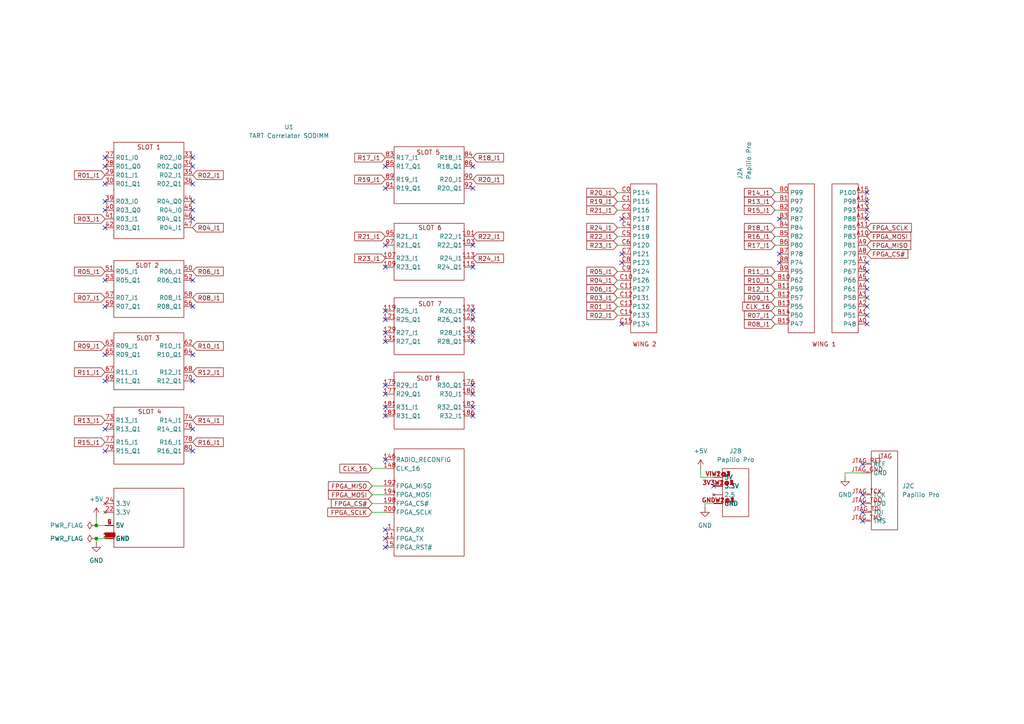
<source format=kicad_sch>
(kicad_sch (version 20250114) (generator "eeschema") (generator_version "9.0")
  (paper "A4")
  (title_block (title "TART -> Papilio Correlator") (date "2024-04-15") (rev "0.2bc") (company "Electronics Research Foundation") (comment 1 "Copyright (c) Tim Molteno 2024"))
  (lib_symbols
    (symbol "TART_Library:Papilio_Pro"
      (property "Reference" "J" (at -33.782 -1.524 0))
      (property "Value" "Papilio Pro" (at -33.02 1.778 0))
      (symbol "Papilio_Pro_1_1"
        (rectangle (start -57.15 21.59) (end -49.53 -21.59))
        (rectangle (start -11.43 21.59) (end -3.81 -21.59))
        (rectangle (start 8.89 -21.59) (end 1.27 21.59))
        (text "WING 2" (at -53.086 -24.892 0) (effects (font (size 1.27 1.27))))
        (text "WING 1" (at -1.016 -24.892 0) (effects (font (size 1.27 1.27))))
        (pin input line (at -59.69 19.05 0) (length 2.54) (name "P114") (number "C0"))
        (pin input line (at -59.69 16.51 0) (length 2.54) (name "P115") (number "C1"))
        (pin input line (at -59.69 13.97 0) (length 2.54) (name "P116") (number "C2"))
        (pin input line (at -59.69 11.43 0) (length 2.54) (name "P117") (number "C3"))
        (pin input line (at -59.69 8.89 0) (length 2.54) (name "P118") (number "C4"))
        (pin input line (at -59.69 6.35 0) (length 2.54) (name "P119") (number "C5"))
        (pin input line (at -59.69 3.81 0) (length 2.54) (name "P120") (number "C6"))
        (pin input line (at -59.69 1.27 0) (length 2.54) (name "P121") (number "C7"))
        (pin input line (at -59.69 -1.27 0) (length 2.54) (name "P123") (number "C8"))
        (pin input line (at -59.69 -3.81 0) (length 2.54) (name "P124") (number "C9"))
        (pin input line (at -59.69 -6.35 0) (length 2.54) (name "P126") (number "C10"))
        (pin input line (at -59.69 -8.89 0) (length 2.54) (name "P127") (number "C11"))
        (pin input line (at -59.69 -11.43 0) (length 2.54) (name "P131") (number "C12"))
        (pin input line (at -59.69 -13.97 0) (length 2.54) (name "P132") (number "C13"))
        (pin input line (at -59.69 -16.51 0) (length 2.54) (name "P133") (number "C14"))
        (pin input line (at -59.69 -19.05 0) (length 2.54) (name "P134") (number "C15"))
        (pin input line (at -13.97 19.05 0) (length 2.54) (name "P99") (number "B0"))
        (pin input line (at -13.97 16.51 0) (length 2.54) (name "P97") (number "B1"))
        (pin input line (at -13.97 13.97 0) (length 2.54) (name "P92") (number "B2"))
        (pin input line (at -13.97 11.43 0) (length 2.54) (name "P87") (number "B3"))
        (pin input line (at -13.97 8.89 0) (length 2.54) (name "P84") (number "B4"))
        (pin input line (at -13.97 6.35 0) (length 2.54) (name "P82") (number "B5"))
        (pin input line (at -13.97 3.81 0) (length 2.54) (name "P80") (number "B6"))
        (pin input line (at -13.97 1.27 0) (length 2.54) (name "P78") (number "B7"))
        (pin input line (at -13.97 -1.27 0) (length 2.54) (name "P74") (number "B8"))
        (pin input line (at -13.97 -3.81 0) (length 2.54) (name "P95") (number "B9"))
        (pin input line (at -13.97 -6.35 0) (length 2.54) (name "P62") (number "B10"))
        (pin input line (at -13.97 -8.89 0) (length 2.54) (name "P59") (number "B11"))
        (pin input line (at -13.97 -11.43 0) (length 2.54) (name "P57") (number "B12"))
        (pin input line (at -13.97 -13.97 0) (length 2.54) (name "P55") (number "B13"))
        (pin input line (at -13.97 -16.51 0) (length 2.54) (name "P50") (number "B14"))
        (pin input line (at -13.97 -19.05 0) (length 2.54) (name "P47") (number "B15"))
        (pin input line (at 11.43 19.05 180) (length 2.54) (name "P100") (number "A15"))
        (pin input line (at 11.43 16.51 180) (length 2.54) (name "P98") (number "A14"))
        (pin input line (at 11.43 13.97 180) (length 2.54) (name "P93") (number "A13"))
        (pin input line (at 11.43 11.43 180) (length 2.54) (name "P88") (number "A12"))
        (pin input line (at 11.43 8.89 180) (length 2.54) (name "P85") (number "A11"))
        (pin input line (at 11.43 6.35 180) (length 2.54) (name "P83") (number "A10"))
        (pin input line (at 11.43 3.81 180) (length 2.54) (name "P81") (number "A9"))
        (pin input line (at 11.43 1.27 180) (length 2.54) (name "P79") (number "A8"))
        (pin input line (at 11.43 -1.27 180) (length 2.54) (name "P75") (number "A7"))
        (pin input line (at 11.43 -3.81 180) (length 2.54) (name "P67") (number "A6"))
        (pin input line (at 11.43 -6.35 180) (length 2.54) (name "P66") (number "A5"))
        (pin input line (at 11.43 -8.89 180) (length 2.54) (name "P61") (number "A4"))
        (pin input line (at 11.43 -11.43 180) (length 2.54) (name "P58") (number "A3"))
        (pin input line (at 11.43 -13.97 180) (length 2.54) (name "P56") (number "A2"))
        (pin input line (at 11.43 -16.51 180) (length 2.54) (name "P51") (number "A1"))
        (pin input line (at 11.43 -19.05 180) (length 2.54) (name "P48") (number "A0"))
      )
      (symbol "Papilio_Pro_2_1"
        (rectangle (start -27.94 6.35) (end -20.32 -7.62))
        (pin input line (at -30.48 2.54 0) (length 2.54) (name "GND") (number "GNDW1@1"))
        (pin input line (at -30.48 2.54 0) (length 2.54) (name "GND") (number "GNDW1@2"))
        (pin input line (at -30.48 2.54 0) (length 2.54) (name "GND") (number "GNDW1@3"))
        (pin input line (at -30.48 2.54 0) (length 2.54) (name "GND") (number "GNDW1@4"))
        (pin input line (at -30.48 2.54 0) (length 2.54) (name "GND") (number "GNDW2@1"))
        (pin input line (at -30.48 2.54 0) (length 2.54) (name "GND") (number "GNDW2@2"))
        (pin no_connect line (at -30.48 0 0) (length 2.54) (name "2.5") (number ""))
        (pin power_in line (at -30.48 -2.54 0) (length 2.54) (name "3.3V") (number "3V3W1@1"))
        (pin power_in line (at -30.48 -2.54 0) (length 2.54) (name "3.3V") (number "3V3W1@2"))
        (pin power_in line (at -30.48 -2.54 0) (length 2.54) (name "3.3V") (number "3V3W1@3"))
        (pin power_in line (at -30.48 -2.54 0) (length 2.54) (name "3.3V") (number "3V3W1@4"))
        (pin power_in line (at -30.48 -2.54 0) (length 2.54) (name "3.3V") (number "3V3W2@1"))
        (pin power_in line (at -30.48 -2.54 0) (length 2.54) (name "3.3V") (number "3V3W2@2"))
        (pin power_in line (at -30.48 -5.08 0) (length 2.54) (name "5V") (number "VIW1@1"))
        (pin power_in line (at -30.48 -5.08 0) (length 2.54) (name "5V") (number "VIW1@2"))
        (pin power_in line (at -30.48 -5.08 0) (length 2.54) (name "5V") (number "VIW1@3"))
        (pin power_in line (at -30.48 -5.08 0) (length 2.54) (name "5V") (number "VIW1@4"))
        (pin power_in line (at -30.48 -5.08 0) (length 2.54) (name "5V") (number "VIW2@1"))
        (pin power_in line (at -30.48 -5.08 0) (length 2.54) (name "5V") (number "VIW2@2"))
      )
      (symbol "Papilio_Pro_3_1"
        (rectangle (start -3.81 12.7) (end 3.81 -10.16))
        (text "JTAG" (at 0 11.176 0) (effects (font (size 1.27 1.27))))
        (pin power_in line (at -6.35 8.89 0) (length 2.54) (name "REF") (number "JTAG_REF"))
        (pin power_in line (at -6.35 6.35 0) (length 2.54) (name "GND") (number "JTAG_GND"))
        (pin bidirectional line (at -6.35 0 0) (length 2.54) (name "TCK") (number "JTAG_TCK"))
        (pin bidirectional line (at -6.35 -2.54 0) (length 2.54) (name "TDO") (number "JTAG_TDO"))
        (pin bidirectional line (at -6.35 -5.08 0) (length 2.54) (name "TDI") (number "JTAG_TDI"))
        (pin bidirectional line (at -6.35 -7.62 0) (length 2.54) (name "TMS") (number "JTAG_TMS"))
      )
    )
    (symbol "TART_Library:TART_Correlator"
      (property "Reference" "U" (at 33.02 -35.56 0))
      (property "Value" "TART Correlator SODIMM" (at -3.048 -7.874 0))
      (symbol "TART_Correlator_0_0"
        (pin no_connect line (at -95.25 66.04 0) (length 2.54) (hide yes) (name "NC") (number "10"))
        (pin no_connect line (at -95.25 63.5 0) (length 2.54) (hide yes) (name "NC") (number "12"))
        (pin no_connect line (at -95.25 60.96 0) (length 2.54) (hide yes) (name "NC") (number "16"))
        (pin no_connect line (at -95.25 58.42 0) (length 2.54) (hide yes) (name "NC") (number "17"))
        (pin no_connect line (at -95.25 55.88 0) (length 2.54) (hide yes) (name "NC") (number "18"))
        (pin no_connect line (at -95.25 53.34 0) (length 2.54) (hide yes) (name "NC") (number "21"))
        (pin no_connect line (at -95.25 50.8 0) (length 2.54) (hide yes) (name "NC") (number "23"))
        (pin no_connect line (at -95.25 48.26 0) (length 2.54) (hide yes) (name "NC") (number "81"))
        (pin no_connect line (at -95.25 45.72 0) (length 2.54) (hide yes) (name "NC") (number "82"))
        (pin no_connect line (at -95.25 43.18 0) (length 2.54) (hide yes) (name "NC") (number "87"))
        (pin no_connect line (at -95.25 40.64 0) (length 2.54) (hide yes) (name "NC") (number "88"))
        (pin no_connect line (at -95.25 38.1 0) (length 2.54) (hide yes) (name "NC") (number "93"))
        (pin no_connect line (at -95.25 35.56 0) (length 2.54) (hide yes) (name "NC") (number "94"))
        (pin no_connect line (at -95.25 33.02 0) (length 2.54) (hide yes) (name "NC") (number "96"))
        (pin no_connect line (at -95.25 30.48 0) (length 2.54) (hide yes) (name "NC") (number "98"))
        (pin no_connect line (at -95.25 27.94 0) (length 2.54) (hide yes) (name "NC") (number "99"))
        (pin no_connect line (at -95.25 25.4 0) (length 2.54) (hide yes) (name "NC") (number "100"))
        (pin no_connect line (at -95.25 22.86 0) (length 2.54) (hide yes) (name "NC") (number "102"))
        (pin no_connect line (at -95.25 20.32 0) (length 2.54) (hide yes) (name "NC") (number "104"))
        (pin no_connect line (at -95.25 17.78 0) (length 2.54) (hide yes) (name "NC") (number "105"))
        (pin no_connect line (at -95.25 15.24 0) (length 2.54) (hide yes) (name "NC") (number "106"))
        (pin no_connect line (at -95.25 12.7 0) (length 2.54) (hide yes) (name "NC") (number "108"))
        (pin no_connect line (at -95.25 10.16 0) (length 2.54) (hide yes) (name "NC") (number "110"))
        (pin no_connect line (at -95.25 7.62 0) (length 2.54) (hide yes) (name "NC") (number "111"))
        (pin no_connect line (at -95.25 5.08 0) (length 2.54) (hide yes) (name "NC") (number "112"))
        (pin no_connect line (at -95.25 2.54 0) (length 2.54) (hide yes) (name "NC") (number "114"))
        (pin no_connect line (at -95.25 0 0) (length 2.54) (hide yes) (name "NC") (number "116"))
        (pin no_connect line (at -95.25 -2.54 0) (length 2.54) (hide yes) (name "NC") (number "117"))
        (pin no_connect line (at -95.25 -5.08 0) (length 2.54) (hide yes) (name "NC") (number "118"))
        (pin no_connect line (at -95.25 -7.62 0) (length 2.54) (hide yes) (name "NC") (number "120"))
        (pin no_connect line (at -95.25 -10.16 0) (length 2.54) (hide yes) (name "NC") (number "122"))
        (pin no_connect line (at -95.25 -12.7 0) (length 2.54) (hide yes) (name "NC") (number "126"))
        (pin no_connect line (at -95.25 -15.24 0) (length 2.54) (hide yes) (name "NC") (number "124"))
        (pin no_connect line (at -73.66 63.5 0) (length 2.54) (hide yes) (name "NC") (number "136"))
        (pin no_connect line (at -73.66 60.96 0) (length 2.54) (hide yes) (name "NC") (number "137"))
        (pin no_connect line (at -73.66 58.42 0) (length 2.54) (hide yes) (name "NC") (number "140"))
        (pin no_connect line (at -73.66 55.88 0) (length 2.54) (hide yes) (name "NC") (number "141"))
        (pin no_connect line (at -73.66 53.34 0) (length 2.54) (hide yes) (name "NC") (number "142"))
        (pin no_connect line (at -73.66 50.8 0) (length 2.54) (hide yes) (name "NC") (number "143"))
        (pin no_connect line (at -73.66 48.26 0) (length 2.54) (hide yes) (name "NC") (number "147"))
        (pin no_connect line (at -73.66 45.72 0) (length 2.54) (hide yes) (name "NC") (number "149"))
        (pin no_connect line (at -73.66 43.18 0) (length 2.54) (hide yes) (name "NC") (number "152"))
        (pin no_connect line (at -73.66 40.64 0) (length 2.54) (hide yes) (name "NC") (number "153"))
        (pin no_connect line (at -73.66 38.1 0) (length 2.54) (hide yes) (name "NC") (number "154"))
        (pin no_connect line (at -73.66 35.56 0) (length 2.54) (hide yes) (name "NC") (number "157"))
        (pin no_connect line (at -73.66 33.02 0) (length 2.54) (hide yes) (name "NC") (number "158"))
        (pin no_connect line (at -73.66 30.48 0) (length 2.54) (hide yes) (name "NC") (number "159"))
        (pin no_connect line (at -73.66 27.94 0) (length 2.54) (hide yes) (name "NC") (number "160"))
        (pin no_connect line (at -73.66 25.4 0) (length 2.54) (hide yes) (name "NC") (number "163"))
        (pin no_connect line (at -73.66 22.86 0) (length 2.54) (hide yes) (name "NC") (number "164"))
        (pin no_connect line (at -73.66 20.32 0) (length 2.54) (hide yes) (name "NC") (number "165"))
        (pin no_connect line (at -73.66 17.78 0) (length 2.54) (hide yes) (name "NC") (number "166"))
        (pin no_connect line (at -73.66 15.24 0) (length 2.54) (hide yes) (name "NC") (number "169"))
        (pin no_connect line (at -73.66 12.7 0) (length 2.54) (hide yes) (name "NC") (number "170"))
        (pin no_connect line (at -73.66 10.16 0) (length 2.54) (hide yes) (name "NC") (number "171"))
        (pin no_connect line (at -73.66 7.62 0) (length 2.54) (hide yes) (name "NC") (number "174"))
        (pin no_connect line (at -73.66 5.08 0) (length 2.54) (hide yes) (name "NC") (number "187"))
        (pin no_connect line (at -73.66 2.54 0) (length 2.54) (hide yes) (name "NC") (number "188"))
        (pin no_connect line (at -73.66 0 0) (length 2.54) (hide yes) (name "NC") (number "191"))
        (pin no_connect line (at -73.66 -2.54 0) (length 2.54) (hide yes) (name "NC") (number "193"))
        (pin no_connect line (at -73.66 -5.08 0) (length 2.54) (hide yes) (name "NC") (number "197"))
        (pin no_connect line (at -73.66 -7.62 0) (length 2.54) (hide yes) (name "NC") (number "199"))
        (pin no_connect line (at -73.66 -10.16 0) (length 2.54) (hide yes) (name "NC") (number "201"))
        (pin no_connect line (at -73.66 -12.7 0) (length 2.54) (hide yes) (name "NC") (number "202"))
        (pin no_connect line (at -73.66 -15.24 0) (length 2.54) (hide yes) (name "NC") (number "203"))
        (pin no_connect line (at -73.66 -17.78 0) (length 2.54) (hide yes) (name "NC") (number "204"))
        (pin input line (at -48.26 72.39 0) (length 2.54) (name "R01_I0") (number "27"))
        (pin input line (at -48.26 69.85 0) (length 2.54) (name "R01_Q0") (number "28"))
        (pin input line (at -48.26 67.31 0) (length 2.54) (name "R01_I1") (number "29"))
        (pin input line (at -48.26 64.77 0) (length 2.54) (name "R01_Q1") (number "30"))
        (pin input line (at -48.26 59.69 0) (length 2.54) (name "R03_I0") (number "39"))
        (pin input line (at -48.26 57.15 0) (length 2.54) (name "R03_Q0") (number "40"))
        (pin input line (at -48.26 54.61 0) (length 2.54) (name "R03_I1") (number "41"))
        (pin input line (at -48.26 52.07 0) (length 2.54) (name "R03_Q1") (number "42"))
        (pin input line (at -48.26 39.37 0) (length 2.54) (name "R05_I1") (number "51"))
        (pin input line (at -48.26 36.83 0) (length 2.54) (name "R05_Q1") (number "53"))
        (pin input line (at -48.26 31.75 0) (length 2.54) (name "R07_I1") (number "57"))
        (pin input line (at -48.26 29.21 0) (length 2.54) (name "R07_Q1") (number "59"))
        (pin input line (at -48.26 17.78 0) (length 2.54) (name "R09_I1") (number "63"))
        (pin input line (at -48.26 15.24 0) (length 2.54) (name "R09_Q1") (number "65"))
        (pin input line (at -48.26 10.16 0) (length 2.54) (name "R11_I1") (number "67"))
        (pin input line (at -48.26 7.62 0) (length 2.54) (name "R11_Q1") (number "69"))
        (pin input line (at -48.26 -3.81 0) (length 2.54) (name "R13_I1") (number "73"))
        (pin input line (at -48.26 -6.35 0) (length 2.54) (name "R13_Q1") (number "75"))
        (pin input line (at -48.26 -10.16 0) (length 2.54) (name "R15_I1") (number "77"))
        (pin input line (at -48.26 -12.7 0) (length 2.54) (name "R15_Q1") (number "79"))
        (pin power_in line (at -48.26 -34.29 0) (length 2.54) (name "5V") (number "4"))
        (pin power_in line (at -48.26 -34.29 0) (length 2.54) (name "5V") (number "5"))
        (pin power_in line (at -48.26 -34.29 0) (length 2.54) (name "5V") (number "6"))
        (pin power_in line (at -48.26 -34.29 0) (length 2.54) (name "5V") (number "7"))
        (pin power_in line (at -48.26 -38.1 0) (length 2.54) (name "GND") (number "127"))
        (pin power_in line (at -48.26 -38.1 0) (length 2.54) (name "GND") (number "128"))
        (pin power_in line (at -48.26 -38.1 0) (length 2.54) (name "GND") (number "13"))
        (pin power_in line (at -48.26 -38.1 0) (length 2.54) (name "GND") (number "133"))
        (pin power_in line (at -48.26 -38.1 0) (length 2.54) (name "GND") (number "134"))
        (pin power_in line (at -48.26 -38.1 0) (length 2.54) (name "GND") (number "138"))
        (pin power_in line (at -48.26 -38.1 0) (length 2.54) (name "GND") (number "139"))
        (pin power_in line (at -48.26 -38.1 0) (length 2.54) (name "GND") (number "14"))
        (pin power_in line (at -48.26 -38.1 0) (length 2.54) (name "GND") (number "144"))
        (pin power_in line (at -48.26 -38.1 0) (length 2.54) (name "GND") (number "145"))
        (pin power_in line (at -48.26 -38.1 0) (length 2.54) (name "GND") (number "150"))
        (pin power_in line (at -48.26 -38.1 0) (length 2.54) (name "GND") (number "151"))
        (pin power_in line (at -48.26 -38.1 0) (length 2.54) (name "GND") (number "155"))
        (pin power_in line (at -48.26 -38.1 0) (length 2.54) (name "GND") (number "156"))
        (pin power_in line (at -48.26 -38.1 0) (length 2.54) (name "GND") (number "161"))
        (pin power_in line (at -48.26 -38.1 0) (length 2.54) (name "GND") (number "162"))
        (pin power_in line (at -48.26 -38.1 0) (length 2.54) (name "GND") (number "167"))
        (pin power_in line (at -48.26 -38.1 0) (length 2.54) (name "GND") (number "168"))
        (pin power_in line (at -48.26 -38.1 0) (length 2.54) (name "GND") (number "172"))
        (pin power_in line (at -48.26 -38.1 0) (length 2.54) (name "GND") (number "173"))
        (pin power_in line (at -48.26 -38.1 0) (length 2.54) (name "GND") (number "178"))
        (pin power_in line (at -48.26 -38.1 0) (length 2.54) (name "GND") (number "179"))
        (pin power_in line (at -48.26 -38.1 0) (length 2.54) (name "GND") (number "184"))
        (pin power_in line (at -48.26 -38.1 0) (length 2.54) (name "GND") (number "185"))
        (pin power_in line (at -48.26 -38.1 0) (length 2.54) (name "GND") (number "189"))
        (pin power_in line (at -48.26 -38.1 0) (length 2.54) (name "GND") (number "19"))
        (pin power_in line (at -48.26 -38.1 0) (length 2.54) (name "GND") (number "190"))
        (pin power_in line (at -48.26 -38.1 0) (length 2.54) (name "GND") (number "195"))
        (pin power_in line (at -48.26 -38.1 0) (length 2.54) (name "GND") (number "196"))
        (pin power_in line (at -48.26 -38.1 0) (length 2.54) (name "GND") (number "2"))
        (pin power_in line (at -48.26 -38.1 0) (length 2.54) (name "GND") (number "20"))
        (pin power_in line (at -48.26 -38.1 0) (length 2.54) (name "GND") (number "25"))
        (pin power_in line (at -48.26 -38.1 0) (length 2.54) (name "GND") (number "26"))
        (pin power_in line (at -48.26 -38.1 0) (length 2.54) (name "GND") (number "3"))
        (pin power_in line (at -48.26 -38.1 0) (length 2.54) (name "GND") (number "31"))
        (pin power_in line (at -48.26 -38.1 0) (length 2.54) (name "GND") (number "32"))
        (pin power_in line (at -48.26 -38.1 0) (length 2.54) (name "GND") (number "37"))
        (pin power_in line (at -48.26 -38.1 0) (length 2.54) (name "GND") (number "38"))
        (pin power_in line (at -48.26 -38.1 0) (length 2.54) (name "GND") (number "43"))
        (pin power_in line (at -48.26 -38.1 0) (length 2.54) (name "GND") (number "48"))
        (pin power_in line (at -48.26 -38.1 0) (length 2.54) (name "GND") (number "49"))
        (pin power_in line (at -48.26 -38.1 0) (length 2.54) (name "GND") (number "54"))
        (pin power_in line (at -48.26 -38.1 0) (length 2.54) (name "GND") (number "55"))
        (pin power_in line (at -48.26 -38.1 0) (length 2.54) (name "GND") (number "60"))
        (pin power_in line (at -48.26 -38.1 0) (length 2.54) (name "GND") (number "61"))
        (pin power_in line (at -48.26 -38.1 0) (length 2.54) (name "GND") (number "66"))
        (pin power_in line (at -48.26 -38.1 0) (length 2.54) (name "GND") (number "71"))
        (pin power_in line (at -48.26 -38.1 0) (length 2.54) (name "GND") (number "72"))
        (pin power_in line (at -48.26 -38.1 0) (length 2.54) (name "GND") (number "8"))
        (pin power_in line (at -48.26 -38.1 0) (length 2.54) (name "GND") (number "9"))
        (pin input line (at -22.86 72.39 180) (length 2.54) (name "R02_I0") (number "33"))
        (pin input line (at -22.86 69.85 180) (length 2.54) (name "R02_Q0") (number "34"))
        (pin input line (at -22.86 67.31 180) (length 2.54) (name "R02_I1") (number "35"))
        (pin input line (at -22.86 64.77 180) (length 2.54) (name "R02_Q1") (number "36"))
        (pin input line (at -22.86 59.69 180) (length 2.54) (name "R04_Q0") (number "44"))
        (pin input line (at -22.86 57.15 180) (length 2.54) (name "R04_I0") (number "45"))
        (pin input line (at -22.86 54.61 180) (length 2.54) (name "R04_Q1") (number "46"))
        (pin input line (at -22.86 52.07 180) (length 2.54) (name "R04_I1") (number "47"))
        (pin input line (at -22.86 39.37 180) (length 2.54) (name "R06_I1") (number "50"))
        (pin input line (at -22.86 36.83 180) (length 2.54) (name "R06_Q1") (number "52"))
        (pin input line (at -22.86 31.75 180) (length 2.54) (name "R08_I1") (number "58"))
        (pin input line (at -22.86 29.21 180) (length 2.54) (name "R08_Q1") (number "56"))
        (pin input line (at -22.86 17.78 180) (length 2.54) (name "R10_I1") (number "62"))
        (pin input line (at -22.86 15.24 180) (length 2.54) (name "R10_Q1") (number "64"))
        (pin input line (at -22.86 10.16 180) (length 2.54) (name "R12_I1") (number "68"))
        (pin input line (at -22.86 7.62 180) (length 2.54) (name "R12_Q1") (number "70"))
        (pin input line (at -22.86 -3.81 180) (length 2.54) (name "R14_I1") (number "74"))
        (pin input line (at -22.86 -6.35 180) (length 2.54) (name "R14_Q1") (number "76"))
        (pin input line (at -22.86 -10.16 180) (length 2.54) (name "R16_I1") (number "78"))
        (pin input line (at -22.86 -12.7 180) (length 2.54) (name "R16_Q1") (number "80"))
        (pin input line (at 33.02 72.39 0) (length 2.54) (name "R17_I1") (number "83"))
        (pin input line (at 33.02 69.85 0) (length 2.54) (name "R17_Q1") (number "85"))
        (pin input line (at 33.02 66.04 0) (length 2.54) (name "R19_I1") (number "89"))
        (pin input line (at 33.02 63.5 0) (length 2.54) (name "R19_Q1") (number "91"))
        (pin input line (at 33.02 49.53 0) (length 2.54) (name "R21_I1") (number "95"))
        (pin input line (at 33.02 46.99 0) (length 2.54) (name "R21_Q1") (number "97"))
        (pin input line (at 33.02 43.18 0) (length 2.54) (name "R23_I1") (number "107"))
        (pin input line (at 33.02 40.64 0) (length 2.54) (name "R23_Q1") (number "109"))
        (pin input line (at 33.02 27.94 0) (length 2.54) (name "R25_I1") (number "119"))
        (pin input line (at 33.02 25.4 0) (length 2.54) (name "R25_Q1") (number "121"))
        (pin input line (at 33.02 21.59 0) (length 2.54) (name "R27_I1") (number "129"))
        (pin input line (at 33.02 19.05 0) (length 2.54) (name "R27_Q1") (number "131"))
        (pin input line (at 33.02 6.35 0) (length 2.54) (name "R29_I1") (number "175"))
        (pin input line (at 33.02 3.81 0) (length 2.54) (name "R29_Q1") (number "177"))
        (pin input line (at 33.02 0 0) (length 2.54) (name "R31_I1") (number "181"))
        (pin input line (at 33.02 -2.54 0) (length 2.54) (name "R31_Q1") (number "183"))
        (pin unspecified line (at 33.02 -15.24 0) (length 2.54) (name "RADIO_RECONFIG") (number "146"))
        (pin unspecified line (at 33.02 -17.78 0) (length 2.54) (name "CLK_16") (number "148"))
        (pin unspecified line (at 33.02 -22.86 0) (length 2.54) (name "FPGA_MISO") (number "192"))
        (pin unspecified line (at 33.02 -25.4 0) (length 2.54) (name "FPGA_MOSI") (number "194"))
        (pin unspecified line (at 33.02 -27.94 0) (length 2.54) (name "FPGA_CS#") (number "198"))
        (pin unspecified line (at 33.02 -30.48 0) (length 2.54) (name "FPGA_SCLK") (number "200"))
        (pin unspecified line (at 33.02 -35.56 0) (length 2.54) (name "FPGA_RX") (number "1"))
        (pin unspecified line (at 33.02 -38.1 0) (length 2.54) (name "FPGA_TX") (number "11"))
        (pin unspecified line (at 33.02 -40.64 0) (length 2.54) (name "FPGA_RST#") (number "15"))
        (pin input line (at 58.42 72.39 180) (length 2.54) (name "R18_I1") (number "84"))
        (pin input line (at 58.42 69.85 180) (length 2.54) (name "R18_Q1") (number "86"))
        (pin input line (at 58.42 66.04 180) (length 2.54) (name "R20_I1") (number "90"))
        (pin input line (at 58.42 63.5 180) (length 2.54) (name "R20_Q1") (number "92"))
        (pin input line (at 58.42 49.53 180) (length 2.54) (name "R22_I1") (number "101"))
        (pin input line (at 58.42 46.99 180) (length 2.54) (name "R22_Q1") (number "103"))
        (pin input line (at 58.42 43.18 180) (length 2.54) (name "R24_I1") (number "113"))
        (pin input line (at 58.42 40.64 180) (length 2.54) (name "R24_Q1") (number "115"))
        (pin input line (at 58.42 27.94 180) (length 2.54) (name "R26_I1") (number "123"))
        (pin input line (at 58.42 25.4 180) (length 2.54) (name "R26_Q1") (number "125"))
        (pin input line (at 58.42 21.59 180) (length 2.54) (name "R28_I1") (number "130"))
        (pin input line (at 58.42 19.05 180) (length 2.54) (name "R28_Q1") (number "132"))
        (pin input line (at 58.42 6.35 180) (length 2.54) (name "R30_Q1") (number "176"))
        (pin input line (at 58.42 3.81 180) (length 2.54) (name "R30_I1") (number "180"))
        (pin input line (at 58.42 0 180) (length 2.54) (name "R32_Q1") (number "182"))
        (pin input line (at 58.42 -2.54 180) (length 2.54) (name "R32_I1") (number "186"))
      )
      (symbol "TART_Correlator_0_1"
        (rectangle (start -45.72 76.835) (end -25.4 48.895))
        (rectangle (start -45.72 42.545) (end -25.4 26.035))
        (rectangle (start -45.72 21.59) (end -25.4 5.08))
        (rectangle (start -45.72 0) (end -25.4 -16.51))
        (rectangle (start -45.72 -23.495) (end -25.4 -40.64))
        (rectangle (start 35.56 75.565) (end 55.88 59.055))
        (rectangle (start 35.56 53.34) (end 55.88 36.83))
        (rectangle (start 35.56 31.75) (end 55.88 15.24))
        (rectangle (start 35.56 10.16) (end 55.88 -6.35))
        (rectangle (start 35.56 -12.065) (end 55.88 -43.18))
      )
      (symbol "TART_Correlator_1_0"
        (pin no_connect line (at -73.66 66.04 0) (length 2.54) (hide yes) (name "NC") (number "135"))
        (pin no_connect line (at -48.26 -27.94 0) (length 2.54) (name "3.3V") (number "24"))
        (pin no_connect line (at -48.26 -30.48 0) (length 2.54) (name "3.3V") (number "22"))
      )
      (symbol "TART_Correlator_1_1"
        (text "SLOT 2" (at -36.068 41.148 0) (effects (font (size 1.27 1.27))))
        (text "SLOT 3" (at -35.814 20.066 0) (effects (font (size 1.27 1.27))))
        (text "SLOT 1" (at -35.56 75.438 0) (effects (font (size 1.27 1.27))))
        (text "SLOT 4" (at -35.306 -1.27 0) (effects (font (size 1.27 1.27))))
        (text "SLOT 5" (at 45.466 73.914 0) (effects (font (size 1.27 1.27))))
        (text "SLOT 8" (at 45.466 8.382 0) (effects (font (size 1.27 1.27))))
        (text "SLOT 6" (at 45.974 52.07 0) (effects (font (size 1.27 1.27))))
        (text "SLOT 7" (at 45.974 29.972 0) (effects (font (size 1.27 1.27))))
      )
    )
    (symbol "power:+5V" (power) (pin_numbers (hide yes)) (pin_names (offset 0) (hide yes))
      (property "Value" "+5V" (at 0 3.556 0))
      (symbol "+5V_0_1"
        (polyline (pts (xy -0.762 1.27) (xy 0 2.54)))
        (polyline (pts (xy 0 2.54) (xy 0.762 1.27)))
        (polyline (pts (xy 0 0) (xy 0 2.54)))
      )
      (symbol "+5V_1_1"
        (pin power_in line (at 0 0 90) (length 0) (name "~") (number "1"))
      )
    )
    (symbol "power:GND" (power) (pin_numbers (hide yes)) (pin_names (offset 0) (hide yes))
      (property "Value" "GND" (at 0 -3.81 0))
      (symbol "GND_0_1"
        (polyline (pts (xy 0 0) (xy 0 -1.27) (xy 1.27 -1.27) (xy 0 -2.54) (xy -1.27 -1.27) (xy 0 -1.27)))
      )
      (symbol "GND_1_1"
        (pin power_in line (at 0 0 270) (length 0) (name "~") (number "1"))
      )
    )
    (symbol "power:PWR_FLAG" (power) (pin_numbers (hide yes)) (pin_names (offset 0) (hide yes))
      (property "Value" "PWR_FLAG" (at 0 3.81 0))
      (symbol "PWR_FLAG_0_0"
        (pin power_out line (at 0 0 90) (length 0) (name "~") (number "1"))
      )
      (symbol "PWR_FLAG_0_1"
        (polyline (pts (xy 0 0) (xy 0 1.27) (xy -1.016 1.905) (xy 0 2.54) (xy 1.016 1.905) (xy 0 1.27)))
      )
    )
  )
  (junction (at 27.94 152.4))
  (junction (at 27.94 156.21))
  (no_connect (at 137.16 120.65))
  (no_connect (at 180.34 76.2))
  (no_connect (at 251.46 78.74))
  (no_connect (at 55.88 110.49))
  (no_connect (at 111.76 77.47))
  (no_connect (at 30.48 102.87))
  (no_connect (at 251.46 60.96))
  (no_connect (at 55.88 53.34))
  (no_connect (at 137.16 77.47))
  (no_connect (at 55.88 48.26))
  (no_connect (at 226.06 76.2))
  (no_connect (at 55.88 81.28))
  (no_connect (at 30.48 60.96))
  (no_connect (at 111.76 90.17))
  (no_connect (at 251.46 81.28))
  (no_connect (at 226.06 73.66))
  (no_connect (at 30.48 53.34))
  (no_connect (at 251.46 58.42))
  (no_connect (at 111.76 99.06))
  (no_connect (at 30.48 124.46))
  (no_connect (at 251.46 86.36))
  (no_connect (at 137.16 114.3))
  (no_connect (at 30.48 88.9))
  (no_connect (at 111.76 92.71))
  (no_connect (at 111.76 133.35))
  (no_connect (at 30.48 130.81))
  (no_connect (at 111.76 153.67))
  (no_connect (at 30.48 81.28))
  (no_connect (at 55.88 58.42))
  (no_connect (at 55.88 102.87))
  (no_connect (at 250.19 151.13))
  (no_connect (at 111.76 96.52))
  (no_connect (at 111.76 71.12))
  (no_connect (at 111.76 158.75))
  (no_connect (at 111.76 120.65))
  (no_connect (at 30.48 48.26))
  (no_connect (at 30.48 110.49))
  (no_connect (at 250.19 148.59))
  (no_connect (at 180.34 63.5))
  (no_connect (at 250.19 146.05))
  (no_connect (at 137.16 71.12))
  (no_connect (at 137.16 92.71))
  (no_connect (at 55.88 88.9))
  (no_connect (at 251.46 76.2))
  (no_connect (at 137.16 48.26))
  (no_connect (at 180.34 73.66))
  (no_connect (at 137.16 111.76))
  (no_connect (at 55.88 130.81))
  (no_connect (at 137.16 54.61))
  (no_connect (at 137.16 118.11))
  (no_connect (at 137.16 99.06))
  (no_connect (at 137.16 90.17))
  (no_connect (at 55.88 60.96))
  (no_connect (at 251.46 63.5))
  (no_connect (at 30.48 58.42))
  (no_connect (at 111.76 114.3))
  (no_connect (at 111.76 111.76))
  (no_connect (at 137.16 96.52))
  (no_connect (at 111.76 48.26))
  (no_connect (at 111.76 118.11))
  (no_connect (at 180.34 93.98))
  (no_connect (at 250.19 134.62))
  (no_connect (at 251.46 91.44))
  (no_connect (at 251.46 83.82))
  (no_connect (at 111.76 54.61))
  (no_connect (at 250.19 143.51))
  (no_connect (at 226.06 63.5))
  (no_connect (at 251.46 55.88))
  (no_connect (at 30.48 66.04))
  (no_connect (at 30.48 45.72))
  (no_connect (at 111.76 156.21))
  (no_connect (at 251.46 88.9))
  (no_connect (at 55.88 63.5))
  (no_connect (at 207.01 140.97))
  (no_connect (at 55.88 124.46))
  (no_connect (at 251.46 93.98))
  (no_connect (at 55.88 45.72))
  (wire (pts (xy 224.79 81.28) (xy 226.06 81.28)))
  (wire (pts (xy 107.95 148.59) (xy 111.76 148.59)))
  (wire (pts (xy 179.07 66.04) (xy 180.34 66.04)))
  (wire (pts (xy 179.07 55.88) (xy 180.34 55.88)))
  (wire (pts (xy 179.07 91.44) (xy 180.34 91.44)))
  (wire (pts (xy 224.79 55.88) (xy 226.06 55.88)))
  (wire (pts (xy 107.95 135.89) (xy 111.76 135.89)))
  (wire (pts (xy 250.19 137.16) (xy 245.11 137.16)))
  (wire (pts (xy 27.94 152.4) (xy 27.94 149.86)))
  (wire (pts (xy 27.94 156.21) (xy 27.94 157.48)))
  (wire (pts (xy 107.95 146.05) (xy 111.76 146.05)))
  (wire (pts (xy 224.79 88.9) (xy 226.06 88.9)))
  (wire (pts (xy 179.07 81.28) (xy 180.34 81.28)))
  (wire (pts (xy 179.07 83.82) (xy 180.34 83.82)))
  (wire (pts (xy 224.79 78.74) (xy 226.06 78.74)))
  (wire (pts (xy 224.79 60.96) (xy 226.06 60.96)))
  (wire (pts (xy 179.07 60.96) (xy 180.34 60.96)))
  (wire (pts (xy 107.95 143.51) (xy 111.76 143.51)))
  (wire (pts (xy 203.2 135.89) (xy 203.2 138.43)))
  (wire (pts (xy 224.79 83.82) (xy 226.06 83.82)))
  (wire (pts (xy 179.07 88.9) (xy 180.34 88.9)))
  (wire (pts (xy 179.07 58.42) (xy 180.34 58.42)))
  (wire (pts (xy 204.47 147.32) (xy 204.47 146.05)))
  (wire (pts (xy 179.07 78.74) (xy 180.34 78.74)))
  (wire (pts (xy 224.79 68.58) (xy 226.06 68.58)))
  (wire (pts (xy 245.11 137.16) (xy 245.11 138.43)))
  (wire (pts (xy 224.79 58.42) (xy 226.06 58.42)))
  (wire (pts (xy 179.07 86.36) (xy 180.34 86.36)))
  (wire (pts (xy 224.79 86.36) (xy 226.06 86.36)))
  (wire (pts (xy 224.79 91.44) (xy 226.06 91.44)))
  (wire (pts (xy 204.47 146.05) (xy 207.01 146.05)))
  (wire (pts (xy 224.79 93.98) (xy 226.06 93.98)))
  (wire (pts (xy 203.2 138.43) (xy 207.01 138.43)))
  (wire (pts (xy 30.48 152.4) (xy 27.94 152.4)))
  (wire (pts (xy 224.79 71.12) (xy 226.06 71.12)))
  (wire (pts (xy 179.07 71.12) (xy 180.34 71.12)))
  (wire (pts (xy 179.07 68.58) (xy 180.34 68.58)))
  (wire (pts (xy 224.79 66.04) (xy 226.06 66.04)))
  (wire (pts (xy 30.48 156.21) (xy 27.94 156.21)))
  (wire (pts (xy 107.95 140.97) (xy 111.76 140.97)))
  (global_label "R24_I1" (shape input) (at 179.07 66.04 180) (property "Intersheetrefs" "${INTERSHEET_REFS}" (effects (hide yes))))
  (global_label "R08_I1" (shape input) (at 55.88 86.36 0) (property "Intersheetrefs" "${INTERSHEET_REFS}" (effects (hide yes))))
  (global_label "R07_I1" (shape input) (at 30.48 86.36 180) (property "Intersheetrefs" "${INTERSHEET_REFS}" (effects (hide yes))))
  (global_label "R02_I1" (shape input) (at 179.07 91.44 180) (property "Intersheetrefs" "${INTERSHEET_REFS}" (effects (hide yes))))
  (global_label "FPGA_SCLK" (shape input) (at 107.95 148.59 180) (property "Intersheetrefs" "${INTERSHEET_REFS}" (effects (hide yes))))
  (global_label "R10_I1" (shape input) (at 55.88 100.33 0) (property "Intersheetrefs" "${INTERSHEET_REFS}" (effects (hide yes))))
  (global_label "R10_I1" (shape input) (at 224.79 81.28 180) (property "Intersheetrefs" "${INTERSHEET_REFS}" (effects (hide yes))))
  (global_label "CLK_16" (shape input) (at 107.95 135.89 180) (property "Intersheetrefs" "${INTERSHEET_REFS}" (effects (hide yes))))
  (global_label "R03_I1" (shape input) (at 30.48 63.5 180) (property "Intersheetrefs" "${INTERSHEET_REFS}" (effects (hide yes))))
  (global_label "R19_I1" (shape input) (at 111.76 52.07 180) (property "Intersheetrefs" "${INTERSHEET_REFS}" (effects (hide yes))))
  (global_label "R07_I1" (shape input) (at 224.79 91.44 180) (property "Intersheetrefs" "${INTERSHEET_REFS}" (effects (hide yes))))
  (global_label "R15_I1" (shape input) (at 224.79 60.96 180) (property "Intersheetrefs" "${INTERSHEET_REFS}" (effects (hide yes))))
  (global_label "FPGA_SCLK" (shape input) (at 251.46 66.04 0) (property "Intersheetrefs" "${INTERSHEET_REFS}" (effects (hide yes))))
  (global_label "R05_I1" (shape input) (at 179.07 78.74 180) (property "Intersheetrefs" "${INTERSHEET_REFS}" (effects (hide yes))))
  (global_label "R05_I1" (shape input) (at 30.48 78.74 180) (property "Intersheetrefs" "${INTERSHEET_REFS}" (effects (hide yes))))
  (global_label "R06_I1" (shape input) (at 179.07 83.82 180) (property "Intersheetrefs" "${INTERSHEET_REFS}" (effects (hide yes))))
  (global_label "R17_I1" (shape input) (at 111.76 45.72 180) (property "Intersheetrefs" "${INTERSHEET_REFS}" (effects (hide yes))))
  (global_label "R18_I1" (shape input) (at 224.79 66.04 180) (property "Intersheetrefs" "${INTERSHEET_REFS}" (effects (hide yes))))
  (global_label "FPGA_MISO" (shape input) (at 107.95 140.97 180) (property "Intersheetrefs" "${INTERSHEET_REFS}" (effects (hide yes))))
  (global_label "R17_I1" (shape input) (at 224.79 71.12 180) (property "Intersheetrefs" "${INTERSHEET_REFS}" (effects (hide yes))))
  (global_label "R13_I1" (shape input) (at 224.79 58.42 180) (property "Intersheetrefs" "${INTERSHEET_REFS}" (effects (hide yes))))
  (global_label "R04_I1" (shape input) (at 55.88 66.04 0) (property "Intersheetrefs" "${INTERSHEET_REFS}" (effects (hide yes))))
  (global_label "R19_I1" (shape input) (at 179.07 58.42 180) (property "Intersheetrefs" "${INTERSHEET_REFS}" (effects (hide yes))))
  (global_label "R14_I1" (shape input) (at 224.79 55.88 180) (property "Intersheetrefs" "${INTERSHEET_REFS}" (effects (hide yes))))
  (global_label "R06_I1" (shape input) (at 55.88 78.74 0) (property "Intersheetrefs" "${INTERSHEET_REFS}" (effects (hide yes))))
  (global_label "R09_I1" (shape input) (at 224.79 86.36 180) (property "Intersheetrefs" "${INTERSHEET_REFS}" (effects (hide yes))))
  (global_label "R02_I1" (shape input) (at 55.88 50.8 0) (property "Intersheetrefs" "${INTERSHEET_REFS}" (effects (hide yes))))
  (global_label "R24_I1" (shape input) (at 137.16 74.93 0) (property "Intersheetrefs" "${INTERSHEET_REFS}" (effects (hide yes))))
  (global_label "R13_I1" (shape input) (at 30.48 121.92 180) (property "Intersheetrefs" "${INTERSHEET_REFS}" (effects (hide yes))))
  (global_label "R09_I1" (shape input) (at 30.48 100.33 180) (property "Intersheetrefs" "${INTERSHEET_REFS}" (effects (hide yes))))
  (global_label "R21_I1" (shape input) (at 111.76 68.58 180) (property "Intersheetrefs" "${INTERSHEET_REFS}" (effects (hide yes))))
  (global_label "CLK_16" (shape input) (at 224.79 88.9 180) (property "Intersheetrefs" "${INTERSHEET_REFS}" (effects (hide yes))))
  (global_label "R11_I1" (shape input) (at 30.48 107.95 180) (property "Intersheetrefs" "${INTERSHEET_REFS}" (effects (hide yes))))
  (global_label "R01_I1" (shape input) (at 179.07 88.9 180) (property "Intersheetrefs" "${INTERSHEET_REFS}" (effects (hide yes))))
  (global_label "R08_I1" (shape input) (at 224.79 93.98 180) (property "Intersheetrefs" "${INTERSHEET_REFS}" (effects (hide yes))))
  (global_label "R01_I1" (shape input) (at 30.48 50.8 180) (property "Intersheetrefs" "${INTERSHEET_REFS}" (effects (hide yes))))
  (global_label "R18_I1" (shape input) (at 137.16 45.72 0) (property "Intersheetrefs" "${INTERSHEET_REFS}" (effects (hide yes))))
  (global_label "FPGA_MOSI" (shape input) (at 107.95 143.51 180) (property "Intersheetrefs" "${INTERSHEET_REFS}" (effects (hide yes))))
  (global_label "R11_I1" (shape input) (at 224.79 78.74 180) (property "Intersheetrefs" "${INTERSHEET_REFS}" (effects (hide yes))))
  (global_label "R21_I1" (shape input) (at 179.07 60.96 180) (property "Intersheetrefs" "${INTERSHEET_REFS}" (effects (hide yes))))
  (global_label "R15_I1" (shape input) (at 30.48 128.27 180) (property "Intersheetrefs" "${INTERSHEET_REFS}" (effects (hide yes))))
  (global_label "R12_I1" (shape input) (at 224.79 83.82 180) (property "Intersheetrefs" "${INTERSHEET_REFS}" (effects (hide yes))))
  (global_label "FPGA_CS#" (shape input) (at 251.46 73.66 0) (property "Intersheetrefs" "${INTERSHEET_REFS}" (effects (hide yes))))
  (global_label "R16_I1" (shape input) (at 224.79 68.58 180) (property "Intersheetrefs" "${INTERSHEET_REFS}" (effects (hide yes))))
  (global_label "R23_I1" (shape input) (at 179.07 71.12 180) (property "Intersheetrefs" "${INTERSHEET_REFS}" (effects (hide yes))))
  (global_label "FPGA_MOSI" (shape input) (at 251.46 68.58 0) (property "Intersheetrefs" "${INTERSHEET_REFS}" (effects (hide yes))))
  (global_label "R23_I1" (shape input) (at 111.76 74.93 180) (property "Intersheetrefs" "${INTERSHEET_REFS}" (effects (hide yes))))
  (global_label "R16_I1" (shape input) (at 55.88 128.27 0) (property "Intersheetrefs" "${INTERSHEET_REFS}" (effects (hide yes))))
  (global_label "FPGA_CS#" (shape input) (at 107.95 146.05 180) (property "Intersheetrefs" "${INTERSHEET_REFS}" (effects (hide yes))))
  (global_label "R20_I1" (shape input) (at 179.07 55.88 180) (property "Intersheetrefs" "${INTERSHEET_REFS}" (effects (hide yes))))
  (global_label "R14_I1" (shape input) (at 55.88 121.92 0) (property "Intersheetrefs" "${INTERSHEET_REFS}" (effects (hide yes))))
  (global_label "R22_I1" (shape input) (at 137.16 68.58 0) (property "Intersheetrefs" "${INTERSHEET_REFS}" (effects (hide yes))))
  (global_label "R22_I1" (shape input) (at 179.07 68.58 180) (property "Intersheetrefs" "${INTERSHEET_REFS}" (effects (hide yes))))
  (global_label "FPGA_MISO" (shape input) (at 251.46 71.12 0) (property "Intersheetrefs" "${INTERSHEET_REFS}" (effects (hide yes))))
  (global_label "R03_I1" (shape input) (at 179.07 86.36 180) (property "Intersheetrefs" "${INTERSHEET_REFS}" (effects (hide yes))))
  (global_label "R12_I1" (shape input) (at 55.88 107.95 0) (property "Intersheetrefs" "${INTERSHEET_REFS}" (effects (hide yes))))
  (global_label "R04_I1" (shape input) (at 179.07 81.28 180) (property "Intersheetrefs" "${INTERSHEET_REFS}" (effects (hide yes))))
  (global_label "R20_I1" (shape input) (at 137.16 52.07 0) (property "Intersheetrefs" "${INTERSHEET_REFS}" (effects (hide yes))))
  (symbol (lib_id "TART_Library:Papilio_Pro") (at 237.49 143.51 0) (mirror x) (unit 2)
    (property "Reference" "J2" (at 213.36 130.81 0))
    (property "Value" "Papilio Pro" (at 213.36 133.35 0))
    (property "Footprint" "TART_Library:PAPILIO_PRO" (effects (hide yes)))
  )
  (symbol (lib_id "TART_Library:Papilio_Pro") (at 240.03 74.93 0) (unit 1)
    (property "Reference" "J2" (at 214.6299 52.07 90) (effects (justify left)))
    (property "Value" "Papilio Pro" (at 217.1699 52.07 90) (effects (justify left)))
    (property "Footprint" "TART_Library:PAPILIO_PRO" (effects (hide yes)))
  )
  (symbol (lib_id "power:GND") (at 245.11 138.43 0) (unit 1)
    (property "Reference" "#PWR05" (effects (hide yes)))
    (property "Value" "GND" (at 245.11 143.51 0))
    (property "Description" "Power symbol creates a global label with name \"GND\" , ground" (effects (hide yes)))
  )
  (symbol (lib_id "power:GND") (at 204.47 147.32 0) (unit 1)
    (property "Reference" "#PWR04" (effects (hide yes)))
    (property "Value" "GND" (at 204.47 152.4 0))
    (property "Description" "Power symbol creates a global label with name \"GND\" , ground" (effects (hide yes)))
  )
  (symbol (lib_id "power:PWR_FLAG") (at 27.94 156.21 90) (unit 1)
    (property "Reference" "#FLG02" (effects (hide yes)))
    (property "Value" "PWR_FLAG" (at 24.13 156.2099 90) (effects (justify left)))
    (property "Description" "Special symbol for telling ERC where power comes from" (effects (hide yes)))
  )
  (symbol (lib_id "power:+5V") (at 27.94 149.86 0) (unit 1)
    (property "Reference" "#PWR01" (effects (hide yes)))
    (property "Value" "+5V" (at 27.94 144.78 0))
    (property "Description" "Power symbol creates a global label with name \"+5V\"" (effects (hide yes)))
  )
  (symbol (lib_id "power:GND") (at 27.94 157.48 0) (unit 1)
    (property "Reference" "#PWR02" (effects (hide yes)))
    (property "Value" "GND" (at 27.94 162.56 0))
    (property "Description" "Power symbol creates a global label with name \"GND\" , ground" (effects (hide yes)))
  )
  (symbol (lib_id "TART_Library:TART_Correlator") (at 78.74 118.11 0) (unit 1)
    (property "Reference" "U1" (at 83.82 36.83 0))
    (property "Value" "TART Correlator SODIMM" (at 83.82 39.37 0))
    (property "Footprint" "TART_Library:SODIMM_DDR3_EDGE" (effects (hide yes)))
  )
  (symbol (lib_id "power:PWR_FLAG") (at 27.94 152.4 90) (unit 1)
    (property "Reference" "#FLG01" (effects (hide yes)))
    (property "Value" "PWR_FLAG" (at 24.13 152.3999 90) (effects (justify left)))
    (property "Description" "Special symbol for telling ERC where power comes from" (effects (hide yes)))
  )
  (symbol (lib_id "power:+5V") (at 203.2 135.89 0) (unit 1)
    (property "Reference" "#PWR03" (effects (hide yes)))
    (property "Value" "+5V" (at 203.2 130.81 0))
    (property "Description" "Power symbol creates a global label with name \"+5V\"" (effects (hide yes)))
  )
  (symbol (lib_id "TART_Library:Papilio_Pro") (at 256.54 143.51 0) (unit 3)
    (property "Reference" "J2" (at 261.62 140.9699 0) (effects (justify left)))
    (property "Value" "Papilio Pro" (at 261.62 143.5099 0) (effects (justify left)))
    (property "Footprint" "TART_Library:PAPILIO_PRO" (effects (hide yes)))
  )
)
</source>
